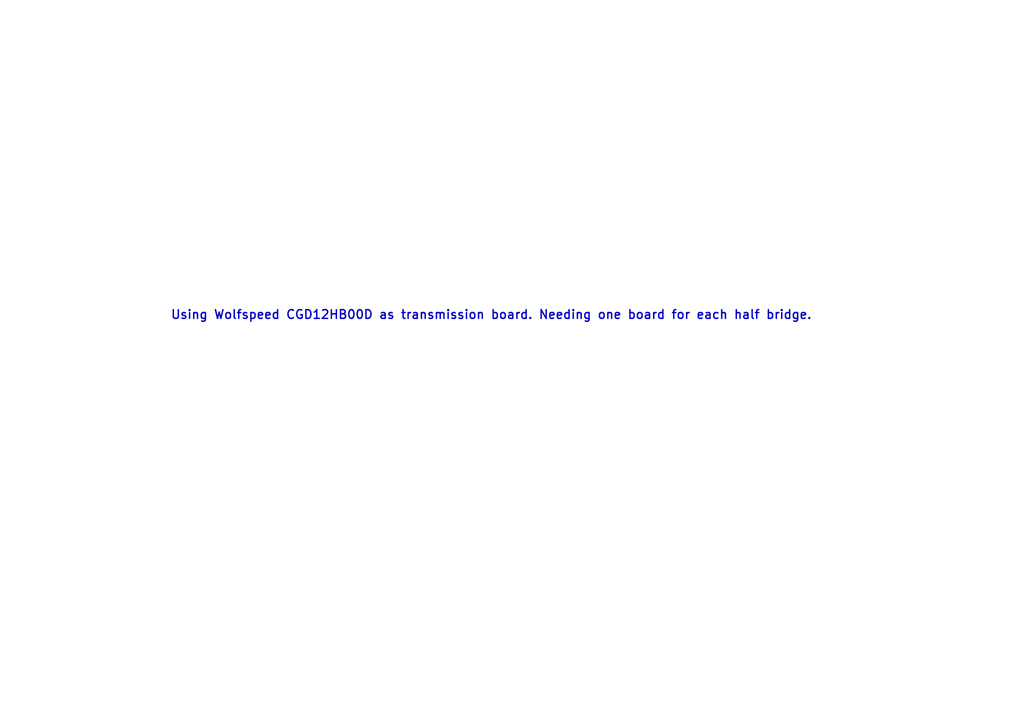
<source format=kicad_sch>
(kicad_sch
	(version 20250114)
	(generator "eeschema")
	(generator_version "9.0")
	(uuid "629c05cc-6f98-4801-b5ac-53c82b2bade5")
	(paper "A4")
	(lib_symbols)
	(text "Using Wolfspeed CGD12HB00D as transmission board. Needing one board for each half bridge."
		(exclude_from_sim no)
		(at 142.494 91.44 0)
		(effects
			(font
				(size 2.54 2.54)
				(thickness 0.4064)
				(bold yes)
			)
		)
		(uuid "fd6b565e-bb40-4bea-b73f-223f25308b76")
	)
)

</source>
